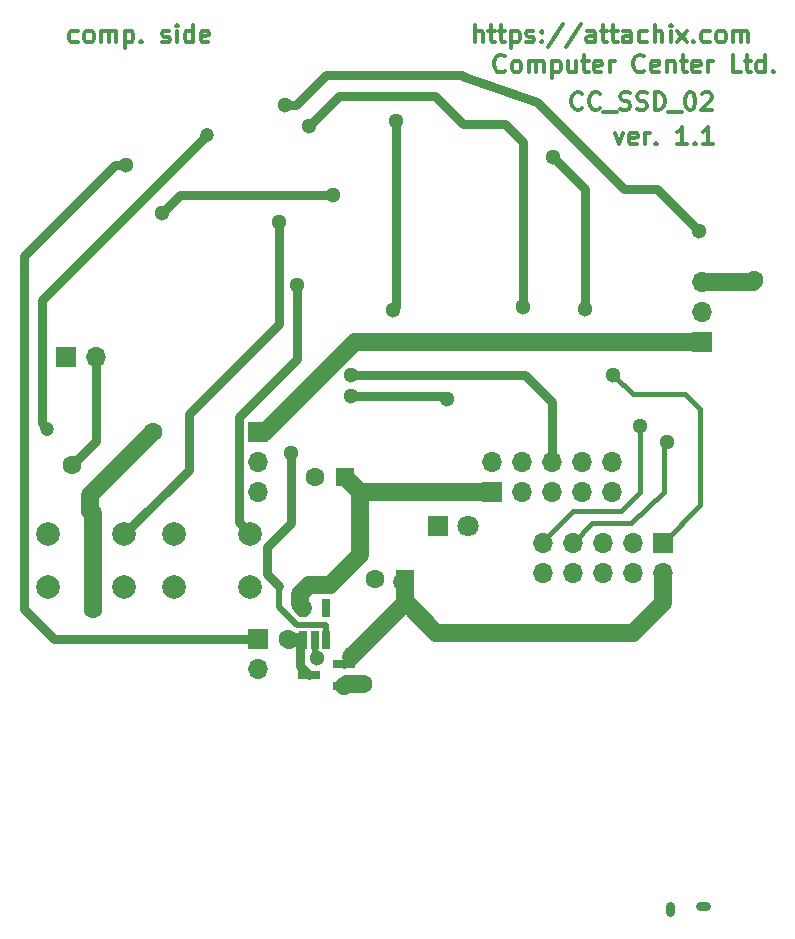
<source format=gbr>
G04 #@! TF.FileFunction,Copper,L1,Top,Signal*
%FSLAX46Y46*%
G04 Gerber Fmt 4.6, Leading zero omitted, Abs format (unit mm)*
G04 Created by KiCad (PCBNEW 4.0.5) date 04/19/18 13:19:11*
%MOMM*%
%LPD*%
G01*
G04 APERTURE LIST*
%ADD10C,0.100000*%
%ADD11C,0.300000*%
%ADD12R,1.600000X1.600000*%
%ADD13C,1.600000*%
%ADD14R,1.800000X1.800000*%
%ADD15C,1.800000*%
%ADD16R,1.700000X1.700000*%
%ADD17O,1.700000X1.700000*%
%ADD18C,2.000000*%
%ADD19R,1.900000X0.800000*%
%ADD20R,0.650000X1.560000*%
%ADD21C,1.300000*%
%ADD22C,1.200000*%
%ADD23C,0.800000*%
%ADD24C,1.500000*%
%ADD25C,1.200000*%
%ADD26C,0.500000*%
%ADD27C,0.400000*%
%ADD28C,0.250000*%
G04 APERTURE END LIST*
D10*
D11*
X165366430Y-81339571D02*
X165723573Y-82339571D01*
X166080715Y-81339571D01*
X167223572Y-82268143D02*
X167080715Y-82339571D01*
X166795001Y-82339571D01*
X166652144Y-82268143D01*
X166580715Y-82125286D01*
X166580715Y-81553857D01*
X166652144Y-81411000D01*
X166795001Y-81339571D01*
X167080715Y-81339571D01*
X167223572Y-81411000D01*
X167295001Y-81553857D01*
X167295001Y-81696714D01*
X166580715Y-81839571D01*
X167937858Y-82339571D02*
X167937858Y-81339571D01*
X167937858Y-81625286D02*
X168009286Y-81482429D01*
X168080715Y-81411000D01*
X168223572Y-81339571D01*
X168366429Y-81339571D01*
X168866429Y-82196714D02*
X168937857Y-82268143D01*
X168866429Y-82339571D01*
X168795000Y-82268143D01*
X168866429Y-82196714D01*
X168866429Y-82339571D01*
X171509286Y-82339571D02*
X170652143Y-82339571D01*
X171080715Y-82339571D02*
X171080715Y-80839571D01*
X170937858Y-81053857D01*
X170795000Y-81196714D01*
X170652143Y-81268143D01*
X172152143Y-82196714D02*
X172223571Y-82268143D01*
X172152143Y-82339571D01*
X172080714Y-82268143D01*
X172152143Y-82196714D01*
X172152143Y-82339571D01*
X173652143Y-82339571D02*
X172795000Y-82339571D01*
X173223572Y-82339571D02*
X173223572Y-80839571D01*
X173080715Y-81053857D01*
X172937857Y-81196714D01*
X172795000Y-81268143D01*
X162604287Y-79275714D02*
X162532858Y-79347143D01*
X162318572Y-79418571D01*
X162175715Y-79418571D01*
X161961430Y-79347143D01*
X161818572Y-79204286D01*
X161747144Y-79061429D01*
X161675715Y-78775714D01*
X161675715Y-78561429D01*
X161747144Y-78275714D01*
X161818572Y-78132857D01*
X161961430Y-77990000D01*
X162175715Y-77918571D01*
X162318572Y-77918571D01*
X162532858Y-77990000D01*
X162604287Y-78061429D01*
X164104287Y-79275714D02*
X164032858Y-79347143D01*
X163818572Y-79418571D01*
X163675715Y-79418571D01*
X163461430Y-79347143D01*
X163318572Y-79204286D01*
X163247144Y-79061429D01*
X163175715Y-78775714D01*
X163175715Y-78561429D01*
X163247144Y-78275714D01*
X163318572Y-78132857D01*
X163461430Y-77990000D01*
X163675715Y-77918571D01*
X163818572Y-77918571D01*
X164032858Y-77990000D01*
X164104287Y-78061429D01*
X164390001Y-79561429D02*
X165532858Y-79561429D01*
X165818572Y-79347143D02*
X166032858Y-79418571D01*
X166390001Y-79418571D01*
X166532858Y-79347143D01*
X166604287Y-79275714D01*
X166675715Y-79132857D01*
X166675715Y-78990000D01*
X166604287Y-78847143D01*
X166532858Y-78775714D01*
X166390001Y-78704286D01*
X166104287Y-78632857D01*
X165961429Y-78561429D01*
X165890001Y-78490000D01*
X165818572Y-78347143D01*
X165818572Y-78204286D01*
X165890001Y-78061429D01*
X165961429Y-77990000D01*
X166104287Y-77918571D01*
X166461429Y-77918571D01*
X166675715Y-77990000D01*
X167247143Y-79347143D02*
X167461429Y-79418571D01*
X167818572Y-79418571D01*
X167961429Y-79347143D01*
X168032858Y-79275714D01*
X168104286Y-79132857D01*
X168104286Y-78990000D01*
X168032858Y-78847143D01*
X167961429Y-78775714D01*
X167818572Y-78704286D01*
X167532858Y-78632857D01*
X167390000Y-78561429D01*
X167318572Y-78490000D01*
X167247143Y-78347143D01*
X167247143Y-78204286D01*
X167318572Y-78061429D01*
X167390000Y-77990000D01*
X167532858Y-77918571D01*
X167890000Y-77918571D01*
X168104286Y-77990000D01*
X168747143Y-79418571D02*
X168747143Y-77918571D01*
X169104286Y-77918571D01*
X169318571Y-77990000D01*
X169461429Y-78132857D01*
X169532857Y-78275714D01*
X169604286Y-78561429D01*
X169604286Y-78775714D01*
X169532857Y-79061429D01*
X169461429Y-79204286D01*
X169318571Y-79347143D01*
X169104286Y-79418571D01*
X168747143Y-79418571D01*
X169890000Y-79561429D02*
X171032857Y-79561429D01*
X171675714Y-77918571D02*
X171818571Y-77918571D01*
X171961428Y-77990000D01*
X172032857Y-78061429D01*
X172104286Y-78204286D01*
X172175714Y-78490000D01*
X172175714Y-78847143D01*
X172104286Y-79132857D01*
X172032857Y-79275714D01*
X171961428Y-79347143D01*
X171818571Y-79418571D01*
X171675714Y-79418571D01*
X171532857Y-79347143D01*
X171461428Y-79275714D01*
X171390000Y-79132857D01*
X171318571Y-78847143D01*
X171318571Y-78490000D01*
X171390000Y-78204286D01*
X171461428Y-78061429D01*
X171532857Y-77990000D01*
X171675714Y-77918571D01*
X172747142Y-78061429D02*
X172818571Y-77990000D01*
X172961428Y-77918571D01*
X173318571Y-77918571D01*
X173461428Y-77990000D01*
X173532857Y-78061429D01*
X173604285Y-78204286D01*
X173604285Y-78347143D01*
X173532857Y-78561429D01*
X172675714Y-79418571D01*
X173604285Y-79418571D01*
X156076429Y-76100714D02*
X156005000Y-76172143D01*
X155790714Y-76243571D01*
X155647857Y-76243571D01*
X155433572Y-76172143D01*
X155290714Y-76029286D01*
X155219286Y-75886429D01*
X155147857Y-75600714D01*
X155147857Y-75386429D01*
X155219286Y-75100714D01*
X155290714Y-74957857D01*
X155433572Y-74815000D01*
X155647857Y-74743571D01*
X155790714Y-74743571D01*
X156005000Y-74815000D01*
X156076429Y-74886429D01*
X156933572Y-76243571D02*
X156790714Y-76172143D01*
X156719286Y-76100714D01*
X156647857Y-75957857D01*
X156647857Y-75529286D01*
X156719286Y-75386429D01*
X156790714Y-75315000D01*
X156933572Y-75243571D01*
X157147857Y-75243571D01*
X157290714Y-75315000D01*
X157362143Y-75386429D01*
X157433572Y-75529286D01*
X157433572Y-75957857D01*
X157362143Y-76100714D01*
X157290714Y-76172143D01*
X157147857Y-76243571D01*
X156933572Y-76243571D01*
X158076429Y-76243571D02*
X158076429Y-75243571D01*
X158076429Y-75386429D02*
X158147857Y-75315000D01*
X158290715Y-75243571D01*
X158505000Y-75243571D01*
X158647857Y-75315000D01*
X158719286Y-75457857D01*
X158719286Y-76243571D01*
X158719286Y-75457857D02*
X158790715Y-75315000D01*
X158933572Y-75243571D01*
X159147857Y-75243571D01*
X159290715Y-75315000D01*
X159362143Y-75457857D01*
X159362143Y-76243571D01*
X160076429Y-75243571D02*
X160076429Y-76743571D01*
X160076429Y-75315000D02*
X160219286Y-75243571D01*
X160505000Y-75243571D01*
X160647857Y-75315000D01*
X160719286Y-75386429D01*
X160790715Y-75529286D01*
X160790715Y-75957857D01*
X160719286Y-76100714D01*
X160647857Y-76172143D01*
X160505000Y-76243571D01*
X160219286Y-76243571D01*
X160076429Y-76172143D01*
X162076429Y-75243571D02*
X162076429Y-76243571D01*
X161433572Y-75243571D02*
X161433572Y-76029286D01*
X161505000Y-76172143D01*
X161647858Y-76243571D01*
X161862143Y-76243571D01*
X162005000Y-76172143D01*
X162076429Y-76100714D01*
X162576429Y-75243571D02*
X163147858Y-75243571D01*
X162790715Y-74743571D02*
X162790715Y-76029286D01*
X162862143Y-76172143D01*
X163005001Y-76243571D01*
X163147858Y-76243571D01*
X164219286Y-76172143D02*
X164076429Y-76243571D01*
X163790715Y-76243571D01*
X163647858Y-76172143D01*
X163576429Y-76029286D01*
X163576429Y-75457857D01*
X163647858Y-75315000D01*
X163790715Y-75243571D01*
X164076429Y-75243571D01*
X164219286Y-75315000D01*
X164290715Y-75457857D01*
X164290715Y-75600714D01*
X163576429Y-75743571D01*
X164933572Y-76243571D02*
X164933572Y-75243571D01*
X164933572Y-75529286D02*
X165005000Y-75386429D01*
X165076429Y-75315000D01*
X165219286Y-75243571D01*
X165362143Y-75243571D01*
X167862143Y-76100714D02*
X167790714Y-76172143D01*
X167576428Y-76243571D01*
X167433571Y-76243571D01*
X167219286Y-76172143D01*
X167076428Y-76029286D01*
X167005000Y-75886429D01*
X166933571Y-75600714D01*
X166933571Y-75386429D01*
X167005000Y-75100714D01*
X167076428Y-74957857D01*
X167219286Y-74815000D01*
X167433571Y-74743571D01*
X167576428Y-74743571D01*
X167790714Y-74815000D01*
X167862143Y-74886429D01*
X169076428Y-76172143D02*
X168933571Y-76243571D01*
X168647857Y-76243571D01*
X168505000Y-76172143D01*
X168433571Y-76029286D01*
X168433571Y-75457857D01*
X168505000Y-75315000D01*
X168647857Y-75243571D01*
X168933571Y-75243571D01*
X169076428Y-75315000D01*
X169147857Y-75457857D01*
X169147857Y-75600714D01*
X168433571Y-75743571D01*
X169790714Y-75243571D02*
X169790714Y-76243571D01*
X169790714Y-75386429D02*
X169862142Y-75315000D01*
X170005000Y-75243571D01*
X170219285Y-75243571D01*
X170362142Y-75315000D01*
X170433571Y-75457857D01*
X170433571Y-76243571D01*
X170933571Y-75243571D02*
X171505000Y-75243571D01*
X171147857Y-74743571D02*
X171147857Y-76029286D01*
X171219285Y-76172143D01*
X171362143Y-76243571D01*
X171505000Y-76243571D01*
X172576428Y-76172143D02*
X172433571Y-76243571D01*
X172147857Y-76243571D01*
X172005000Y-76172143D01*
X171933571Y-76029286D01*
X171933571Y-75457857D01*
X172005000Y-75315000D01*
X172147857Y-75243571D01*
X172433571Y-75243571D01*
X172576428Y-75315000D01*
X172647857Y-75457857D01*
X172647857Y-75600714D01*
X171933571Y-75743571D01*
X173290714Y-76243571D02*
X173290714Y-75243571D01*
X173290714Y-75529286D02*
X173362142Y-75386429D01*
X173433571Y-75315000D01*
X173576428Y-75243571D01*
X173719285Y-75243571D01*
X176076428Y-76243571D02*
X175362142Y-76243571D01*
X175362142Y-74743571D01*
X176362142Y-75243571D02*
X176933571Y-75243571D01*
X176576428Y-74743571D02*
X176576428Y-76029286D01*
X176647856Y-76172143D01*
X176790714Y-76243571D01*
X176933571Y-76243571D01*
X178076428Y-76243571D02*
X178076428Y-74743571D01*
X178076428Y-76172143D02*
X177933571Y-76243571D01*
X177647857Y-76243571D01*
X177504999Y-76172143D01*
X177433571Y-76100714D01*
X177362142Y-75957857D01*
X177362142Y-75529286D01*
X177433571Y-75386429D01*
X177504999Y-75315000D01*
X177647857Y-75243571D01*
X177933571Y-75243571D01*
X178076428Y-75315000D01*
X178790714Y-76100714D02*
X178862142Y-76172143D01*
X178790714Y-76243571D01*
X178719285Y-76172143D01*
X178790714Y-76100714D01*
X178790714Y-76243571D01*
X153528570Y-73703571D02*
X153528570Y-72203571D01*
X154171427Y-73703571D02*
X154171427Y-72917857D01*
X154099998Y-72775000D01*
X153957141Y-72703571D01*
X153742856Y-72703571D01*
X153599998Y-72775000D01*
X153528570Y-72846429D01*
X154671427Y-72703571D02*
X155242856Y-72703571D01*
X154885713Y-72203571D02*
X154885713Y-73489286D01*
X154957141Y-73632143D01*
X155099999Y-73703571D01*
X155242856Y-73703571D01*
X155528570Y-72703571D02*
X156099999Y-72703571D01*
X155742856Y-72203571D02*
X155742856Y-73489286D01*
X155814284Y-73632143D01*
X155957142Y-73703571D01*
X156099999Y-73703571D01*
X156599999Y-72703571D02*
X156599999Y-74203571D01*
X156599999Y-72775000D02*
X156742856Y-72703571D01*
X157028570Y-72703571D01*
X157171427Y-72775000D01*
X157242856Y-72846429D01*
X157314285Y-72989286D01*
X157314285Y-73417857D01*
X157242856Y-73560714D01*
X157171427Y-73632143D01*
X157028570Y-73703571D01*
X156742856Y-73703571D01*
X156599999Y-73632143D01*
X157885713Y-73632143D02*
X158028570Y-73703571D01*
X158314285Y-73703571D01*
X158457142Y-73632143D01*
X158528570Y-73489286D01*
X158528570Y-73417857D01*
X158457142Y-73275000D01*
X158314285Y-73203571D01*
X158099999Y-73203571D01*
X157957142Y-73132143D01*
X157885713Y-72989286D01*
X157885713Y-72917857D01*
X157957142Y-72775000D01*
X158099999Y-72703571D01*
X158314285Y-72703571D01*
X158457142Y-72775000D01*
X159171428Y-73560714D02*
X159242856Y-73632143D01*
X159171428Y-73703571D01*
X159099999Y-73632143D01*
X159171428Y-73560714D01*
X159171428Y-73703571D01*
X159171428Y-72775000D02*
X159242856Y-72846429D01*
X159171428Y-72917857D01*
X159099999Y-72846429D01*
X159171428Y-72775000D01*
X159171428Y-72917857D01*
X160957142Y-72132143D02*
X159671428Y-74060714D01*
X162528571Y-72132143D02*
X161242857Y-74060714D01*
X163671429Y-73703571D02*
X163671429Y-72917857D01*
X163600000Y-72775000D01*
X163457143Y-72703571D01*
X163171429Y-72703571D01*
X163028572Y-72775000D01*
X163671429Y-73632143D02*
X163528572Y-73703571D01*
X163171429Y-73703571D01*
X163028572Y-73632143D01*
X162957143Y-73489286D01*
X162957143Y-73346429D01*
X163028572Y-73203571D01*
X163171429Y-73132143D01*
X163528572Y-73132143D01*
X163671429Y-73060714D01*
X164171429Y-72703571D02*
X164742858Y-72703571D01*
X164385715Y-72203571D02*
X164385715Y-73489286D01*
X164457143Y-73632143D01*
X164600001Y-73703571D01*
X164742858Y-73703571D01*
X165028572Y-72703571D02*
X165600001Y-72703571D01*
X165242858Y-72203571D02*
X165242858Y-73489286D01*
X165314286Y-73632143D01*
X165457144Y-73703571D01*
X165600001Y-73703571D01*
X166742858Y-73703571D02*
X166742858Y-72917857D01*
X166671429Y-72775000D01*
X166528572Y-72703571D01*
X166242858Y-72703571D01*
X166100001Y-72775000D01*
X166742858Y-73632143D02*
X166600001Y-73703571D01*
X166242858Y-73703571D01*
X166100001Y-73632143D01*
X166028572Y-73489286D01*
X166028572Y-73346429D01*
X166100001Y-73203571D01*
X166242858Y-73132143D01*
X166600001Y-73132143D01*
X166742858Y-73060714D01*
X168100001Y-73632143D02*
X167957144Y-73703571D01*
X167671430Y-73703571D01*
X167528572Y-73632143D01*
X167457144Y-73560714D01*
X167385715Y-73417857D01*
X167385715Y-72989286D01*
X167457144Y-72846429D01*
X167528572Y-72775000D01*
X167671430Y-72703571D01*
X167957144Y-72703571D01*
X168100001Y-72775000D01*
X168742858Y-73703571D02*
X168742858Y-72203571D01*
X169385715Y-73703571D02*
X169385715Y-72917857D01*
X169314286Y-72775000D01*
X169171429Y-72703571D01*
X168957144Y-72703571D01*
X168814286Y-72775000D01*
X168742858Y-72846429D01*
X170100001Y-73703571D02*
X170100001Y-72703571D01*
X170100001Y-72203571D02*
X170028572Y-72275000D01*
X170100001Y-72346429D01*
X170171429Y-72275000D01*
X170100001Y-72203571D01*
X170100001Y-72346429D01*
X170671430Y-73703571D02*
X171457144Y-72703571D01*
X170671430Y-72703571D02*
X171457144Y-73703571D01*
X172028573Y-73560714D02*
X172100001Y-73632143D01*
X172028573Y-73703571D01*
X171957144Y-73632143D01*
X172028573Y-73560714D01*
X172028573Y-73703571D01*
X173385716Y-73632143D02*
X173242859Y-73703571D01*
X172957145Y-73703571D01*
X172814287Y-73632143D01*
X172742859Y-73560714D01*
X172671430Y-73417857D01*
X172671430Y-72989286D01*
X172742859Y-72846429D01*
X172814287Y-72775000D01*
X172957145Y-72703571D01*
X173242859Y-72703571D01*
X173385716Y-72775000D01*
X174242859Y-73703571D02*
X174100001Y-73632143D01*
X174028573Y-73560714D01*
X173957144Y-73417857D01*
X173957144Y-72989286D01*
X174028573Y-72846429D01*
X174100001Y-72775000D01*
X174242859Y-72703571D01*
X174457144Y-72703571D01*
X174600001Y-72775000D01*
X174671430Y-72846429D01*
X174742859Y-72989286D01*
X174742859Y-73417857D01*
X174671430Y-73560714D01*
X174600001Y-73632143D01*
X174457144Y-73703571D01*
X174242859Y-73703571D01*
X175385716Y-73703571D02*
X175385716Y-72703571D01*
X175385716Y-72846429D02*
X175457144Y-72775000D01*
X175600002Y-72703571D01*
X175814287Y-72703571D01*
X175957144Y-72775000D01*
X176028573Y-72917857D01*
X176028573Y-73703571D01*
X176028573Y-72917857D02*
X176100002Y-72775000D01*
X176242859Y-72703571D01*
X176457144Y-72703571D01*
X176600002Y-72775000D01*
X176671430Y-72917857D01*
X176671430Y-73703571D01*
X119880714Y-73632143D02*
X119737857Y-73703571D01*
X119452143Y-73703571D01*
X119309285Y-73632143D01*
X119237857Y-73560714D01*
X119166428Y-73417857D01*
X119166428Y-72989286D01*
X119237857Y-72846429D01*
X119309285Y-72775000D01*
X119452143Y-72703571D01*
X119737857Y-72703571D01*
X119880714Y-72775000D01*
X120737857Y-73703571D02*
X120594999Y-73632143D01*
X120523571Y-73560714D01*
X120452142Y-73417857D01*
X120452142Y-72989286D01*
X120523571Y-72846429D01*
X120594999Y-72775000D01*
X120737857Y-72703571D01*
X120952142Y-72703571D01*
X121094999Y-72775000D01*
X121166428Y-72846429D01*
X121237857Y-72989286D01*
X121237857Y-73417857D01*
X121166428Y-73560714D01*
X121094999Y-73632143D01*
X120952142Y-73703571D01*
X120737857Y-73703571D01*
X121880714Y-73703571D02*
X121880714Y-72703571D01*
X121880714Y-72846429D02*
X121952142Y-72775000D01*
X122095000Y-72703571D01*
X122309285Y-72703571D01*
X122452142Y-72775000D01*
X122523571Y-72917857D01*
X122523571Y-73703571D01*
X122523571Y-72917857D02*
X122595000Y-72775000D01*
X122737857Y-72703571D01*
X122952142Y-72703571D01*
X123095000Y-72775000D01*
X123166428Y-72917857D01*
X123166428Y-73703571D01*
X123880714Y-72703571D02*
X123880714Y-74203571D01*
X123880714Y-72775000D02*
X124023571Y-72703571D01*
X124309285Y-72703571D01*
X124452142Y-72775000D01*
X124523571Y-72846429D01*
X124595000Y-72989286D01*
X124595000Y-73417857D01*
X124523571Y-73560714D01*
X124452142Y-73632143D01*
X124309285Y-73703571D01*
X124023571Y-73703571D01*
X123880714Y-73632143D01*
X125237857Y-73560714D02*
X125309285Y-73632143D01*
X125237857Y-73703571D01*
X125166428Y-73632143D01*
X125237857Y-73560714D01*
X125237857Y-73703571D01*
X127023571Y-73632143D02*
X127166428Y-73703571D01*
X127452143Y-73703571D01*
X127595000Y-73632143D01*
X127666428Y-73489286D01*
X127666428Y-73417857D01*
X127595000Y-73275000D01*
X127452143Y-73203571D01*
X127237857Y-73203571D01*
X127095000Y-73132143D01*
X127023571Y-72989286D01*
X127023571Y-72917857D01*
X127095000Y-72775000D01*
X127237857Y-72703571D01*
X127452143Y-72703571D01*
X127595000Y-72775000D01*
X128309286Y-73703571D02*
X128309286Y-72703571D01*
X128309286Y-72203571D02*
X128237857Y-72275000D01*
X128309286Y-72346429D01*
X128380714Y-72275000D01*
X128309286Y-72203571D01*
X128309286Y-72346429D01*
X129666429Y-73703571D02*
X129666429Y-72203571D01*
X129666429Y-73632143D02*
X129523572Y-73703571D01*
X129237858Y-73703571D01*
X129095000Y-73632143D01*
X129023572Y-73560714D01*
X128952143Y-73417857D01*
X128952143Y-72989286D01*
X129023572Y-72846429D01*
X129095000Y-72775000D01*
X129237858Y-72703571D01*
X129523572Y-72703571D01*
X129666429Y-72775000D01*
X130952143Y-73632143D02*
X130809286Y-73703571D01*
X130523572Y-73703571D01*
X130380715Y-73632143D01*
X130309286Y-73489286D01*
X130309286Y-72917857D01*
X130380715Y-72775000D01*
X130523572Y-72703571D01*
X130809286Y-72703571D01*
X130952143Y-72775000D01*
X131023572Y-72917857D01*
X131023572Y-73060714D01*
X130309286Y-73203571D01*
D12*
X147574000Y-119126000D03*
D13*
X145074000Y-119126000D03*
D12*
X142494000Y-110490000D03*
D13*
X139994000Y-110490000D03*
D14*
X150368000Y-114681000D03*
D15*
X152908000Y-114681000D03*
D16*
X135128000Y-124206000D03*
D17*
X135128000Y-126746000D03*
D16*
X154940000Y-111760000D03*
D17*
X154940000Y-109220000D03*
X157480000Y-111760000D03*
X157480000Y-109220000D03*
X160020000Y-111760000D03*
X160020000Y-109220000D03*
X162560000Y-111760000D03*
X162560000Y-109220000D03*
X165100000Y-111760000D03*
X165100000Y-109220000D03*
D16*
X172720000Y-99060000D03*
D17*
X172720000Y-96520000D03*
X172720000Y-93980000D03*
X135128000Y-111760000D03*
D16*
X135128000Y-106680000D03*
D17*
X135128000Y-109220000D03*
D16*
X118872000Y-100330000D03*
D17*
X121412000Y-100330000D03*
D18*
X117348000Y-119816000D03*
X117348000Y-115316000D03*
X123848000Y-119816000D03*
X123848000Y-115316000D03*
X128016000Y-119816000D03*
X128016000Y-115316000D03*
X134516000Y-119816000D03*
X134516000Y-115316000D03*
D19*
X142470000Y-128204000D03*
X142470000Y-126304000D03*
X139470000Y-127254000D03*
D20*
X139004000Y-124286000D03*
X139954000Y-124286000D03*
X140904000Y-124286000D03*
X140904000Y-121586000D03*
X139004000Y-121586000D03*
D16*
X169418000Y-116078000D03*
D17*
X169418000Y-118618000D03*
X166878000Y-116078000D03*
X166878000Y-118618000D03*
X164338000Y-116078000D03*
X164338000Y-118618000D03*
X161798000Y-116078000D03*
X161798000Y-118618000D03*
X159258000Y-116078000D03*
X159258000Y-118618000D03*
D13*
X126238000Y-106680000D03*
X137668000Y-124206000D03*
X120904000Y-113284000D03*
X121158000Y-121666000D03*
X177165000Y-93853000D03*
D21*
X140128999Y-125851680D03*
D13*
X144018000Y-127996000D03*
D21*
X146812000Y-80391000D03*
X146558000Y-96393000D03*
X143002000Y-125496000D03*
X138684000Y-120396000D03*
X162814000Y-96266000D03*
X160147000Y-83439000D03*
X136906000Y-88900000D03*
X138430000Y-94234000D03*
X123952000Y-84074000D03*
X137922000Y-108458000D03*
X139446000Y-80772000D03*
X157607000Y-96139000D03*
D22*
X117268000Y-106426000D03*
X130810000Y-81534000D03*
D21*
X137414000Y-78994000D03*
X172466000Y-89662000D03*
X169799000Y-107569000D03*
X141478000Y-86614000D03*
X127000000Y-88138000D03*
X167513000Y-106172000D03*
X165227000Y-101854000D03*
X143002000Y-103632000D03*
X151130002Y-103886000D03*
X143025727Y-101877727D03*
D13*
X119380000Y-109474000D03*
D23*
X170053000Y-147320000D02*
X170053000Y-146812000D01*
X173101000Y-146812000D02*
X172593000Y-146812000D01*
D24*
X135128000Y-106680000D02*
X135781452Y-106680000D01*
X135781452Y-106680000D02*
X143401452Y-99060000D01*
X143401452Y-99060000D02*
X170370000Y-99060000D01*
X170370000Y-99060000D02*
X172720000Y-99060000D01*
D23*
X138684000Y-124206000D02*
X138684000Y-126468000D01*
X138684000Y-126468000D02*
X139470000Y-127254000D01*
D24*
X120904000Y-113284000D02*
X120904000Y-112014000D01*
X120904000Y-112014000D02*
X126238000Y-106680000D01*
X137668000Y-124206000D02*
X137748000Y-124286000D01*
D25*
X137748000Y-124286000D02*
X138628999Y-124286000D01*
D24*
X121158000Y-114554000D02*
X121158000Y-113538000D01*
X121158000Y-113538000D02*
X120904000Y-113284000D01*
X121158000Y-121666000D02*
X121158000Y-114554000D01*
X172720000Y-93980000D02*
X177038000Y-93980000D01*
X177038000Y-93980000D02*
X177165000Y-93853000D01*
D26*
X139954000Y-124286000D02*
X139954000Y-125676681D01*
X139954000Y-125676681D02*
X140128999Y-125851680D01*
D24*
X144018000Y-127996000D02*
X142678000Y-127996000D01*
X142678000Y-127996000D02*
X142470000Y-128204000D01*
D23*
X146812000Y-96139000D02*
X146812000Y-80391000D01*
X146558000Y-96393000D02*
X146812000Y-96139000D01*
D24*
X147574000Y-119126000D02*
X147574000Y-121031000D01*
X169418000Y-121158000D02*
X169418000Y-118618000D01*
X166878000Y-123698000D02*
X169418000Y-121158000D01*
X150241000Y-123698000D02*
X166878000Y-123698000D01*
X147574000Y-121031000D02*
X150241000Y-123698000D01*
X147320000Y-119380000D02*
X147574000Y-119126000D01*
D23*
X143002000Y-125496000D02*
X143002000Y-125772000D01*
X143002000Y-125772000D02*
X142470000Y-126304000D01*
D24*
X143002000Y-125730000D02*
X147574000Y-121158000D01*
D23*
X143002000Y-125730000D02*
X143002000Y-125772000D01*
D24*
X147574000Y-121158000D02*
X147574000Y-119126000D01*
X138684000Y-120396000D02*
X139446000Y-119634000D01*
X139446000Y-119634000D02*
X141224000Y-119634000D01*
X141224000Y-119634000D02*
X143764000Y-117094000D01*
X143764000Y-117094000D02*
X143764000Y-111760000D01*
X138684000Y-120396000D02*
X138684000Y-121266000D01*
X138684000Y-121266000D02*
X139004000Y-121586000D01*
X154940000Y-111760000D02*
X143764000Y-111760000D01*
X143764000Y-111760000D02*
X142494000Y-110490000D01*
D23*
X162814000Y-86106000D02*
X162814000Y-96266000D01*
X160147000Y-83439000D02*
X162814000Y-86106000D01*
X136906000Y-88900000D02*
X136906000Y-97536000D01*
X136906000Y-97536000D02*
X129286000Y-105156000D01*
X129286000Y-105156000D02*
X129286000Y-109878000D01*
X129286000Y-109878000D02*
X123848000Y-115316000D01*
X138430000Y-94234000D02*
X138430000Y-100507998D01*
X138430000Y-100507998D02*
X133516001Y-105421997D01*
X133516001Y-105421997D02*
X133516001Y-114316001D01*
X133516001Y-114316001D02*
X134516000Y-115316000D01*
X123952000Y-84074000D02*
X123032762Y-84074000D01*
X123032762Y-84074000D02*
X115316000Y-91790762D01*
X115316000Y-91790762D02*
X115316000Y-121666000D01*
X115316000Y-121666000D02*
X117856000Y-124206000D01*
X117856000Y-124206000D02*
X135128000Y-124206000D01*
D26*
X136906000Y-119763998D02*
X136906000Y-121493002D01*
X136906000Y-121493002D02*
X138418987Y-123005989D01*
X138418987Y-123005989D02*
X140904000Y-123006000D01*
X140904000Y-123006000D02*
X140904000Y-124286000D01*
D23*
X137922000Y-108458000D02*
X137922000Y-114377998D01*
X137922000Y-114377998D02*
X135890000Y-116409998D01*
X135890000Y-116409998D02*
X135890000Y-118747998D01*
X135890000Y-118747998D02*
X136906000Y-119763998D01*
X146164008Y-78232000D02*
X150114000Y-78232000D01*
X139446000Y-80772000D02*
X141986000Y-78232000D01*
X141986000Y-78232000D02*
X146164008Y-78232000D01*
X157607000Y-82169000D02*
X157607000Y-96139000D01*
X156083000Y-80645000D02*
X157607000Y-82169000D01*
X152527000Y-80645000D02*
X156083000Y-80645000D01*
X150114000Y-78232000D02*
X152527000Y-80645000D01*
X157353000Y-95885000D02*
X157607000Y-96139000D01*
X130810000Y-81534000D02*
X116840000Y-95504000D01*
X116840000Y-95504000D02*
X116840000Y-105918000D01*
X116840000Y-105918000D02*
X117268000Y-106346000D01*
D26*
X117268000Y-106426000D02*
X117268000Y-106346000D01*
D23*
X152400000Y-76454000D02*
X152400000Y-76581000D01*
X138333238Y-78994000D02*
X140873238Y-76454000D01*
X140873238Y-76454000D02*
X152400000Y-76454000D01*
X137414000Y-78994000D02*
X138333238Y-78994000D01*
X168910000Y-86106000D02*
X172466000Y-89662000D01*
X166116000Y-86106000D02*
X168910000Y-86106000D01*
X162052000Y-82042000D02*
X166116000Y-86106000D01*
X158745299Y-78744040D02*
X162052000Y-82042000D01*
X152400000Y-76581000D02*
X158745299Y-78744040D01*
D27*
X169799000Y-107569000D02*
X169545000Y-107823000D01*
X169545000Y-107823000D02*
X169545000Y-111760000D01*
X169545000Y-111760000D02*
X166751000Y-114427000D01*
X166751000Y-114427000D02*
X163449000Y-114427000D01*
X163449000Y-114427000D02*
X161798000Y-116078000D01*
D23*
X127000000Y-88138000D02*
X128524000Y-86614000D01*
X128524000Y-86614000D02*
X141478000Y-86614000D01*
D28*
X159258000Y-116078000D02*
X159258000Y-115951000D01*
D27*
X159258000Y-115951000D02*
X161798000Y-113411000D01*
X167513000Y-111760000D02*
X167513000Y-106172000D01*
X165862000Y-113411000D02*
X167513000Y-111760000D01*
X161798000Y-113411000D02*
X165862000Y-113411000D01*
X172593000Y-112903000D02*
X169418000Y-116078000D01*
X172593000Y-104775000D02*
X172593000Y-112903000D01*
X171323000Y-103505000D02*
X172593000Y-104775000D01*
X166878000Y-103505000D02*
X171323000Y-103505000D01*
X165227000Y-101854000D02*
X166878000Y-103505000D01*
D23*
X143002000Y-103632000D02*
X150876002Y-103632000D01*
X150876002Y-103632000D02*
X151130002Y-103886000D01*
X143025727Y-101877727D02*
X157757727Y-101877727D01*
X157757727Y-101877727D02*
X160020000Y-104140000D01*
X160020000Y-104140000D02*
X160020000Y-109220000D01*
X121412000Y-100330000D02*
X121412000Y-107442000D01*
X121412000Y-107442000D02*
X119380000Y-109474000D01*
M02*

</source>
